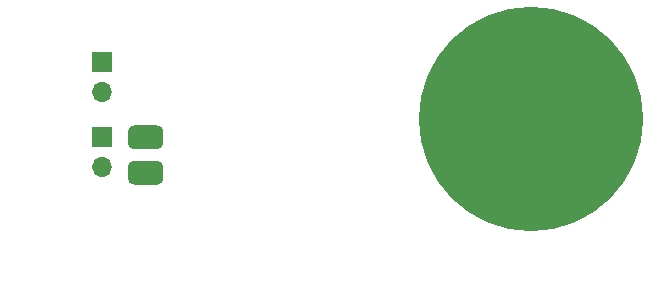
<source format=gbr>
%TF.GenerationSoftware,KiCad,Pcbnew,5.1.9*%
%TF.CreationDate,2021-05-01T17:54:34+02:00*%
%TF.ProjectId,LiPo_Circuit,4c69506f-5f43-4697-9263-7569742e6b69,rev?*%
%TF.SameCoordinates,Original*%
%TF.FileFunction,Soldermask,Bot*%
%TF.FilePolarity,Negative*%
%FSLAX46Y46*%
G04 Gerber Fmt 4.6, Leading zero omitted, Abs format (unit mm)*
G04 Created by KiCad (PCBNEW 5.1.9) date 2021-05-01 17:54:34*
%MOMM*%
%LPD*%
G01*
G04 APERTURE LIST*
%ADD10C,19.000000*%
%ADD11R,1.700000X1.700000*%
%ADD12O,1.700000X1.700000*%
G04 APERTURE END LIST*
D10*
%TO.C,BatDummy1*%
X156083000Y-118999000D03*
%TD*%
%TO.C,BT1*%
G36*
G01*
X121944000Y-124023000D02*
X121944000Y-123023000D01*
G75*
G02*
X122444000Y-122523000I500000J0D01*
G01*
X124444000Y-122523000D01*
G75*
G02*
X124944000Y-123023000I0J-500000D01*
G01*
X124944000Y-124023000D01*
G75*
G02*
X124444000Y-124523000I-500000J0D01*
G01*
X122444000Y-124523000D01*
G75*
G02*
X121944000Y-124023000I0J500000D01*
G01*
G37*
G36*
G01*
X121944000Y-121023000D02*
X121944000Y-120023000D01*
G75*
G02*
X122444000Y-119523000I500000J0D01*
G01*
X124444000Y-119523000D01*
G75*
G02*
X124944000Y-120023000I0J-500000D01*
G01*
X124944000Y-121023000D01*
G75*
G02*
X124444000Y-121523000I-500000J0D01*
G01*
X122444000Y-121523000D01*
G75*
G02*
X121944000Y-121023000I0J500000D01*
G01*
G37*
%TD*%
D11*
%TO.C,J_Bat_Cur1*%
X119761000Y-120523000D03*
D12*
X119761000Y-123063000D03*
%TD*%
D11*
%TO.C,J_ChgIn1*%
X119761000Y-114173000D03*
D12*
X119761000Y-116713000D03*
%TD*%
M02*

</source>
